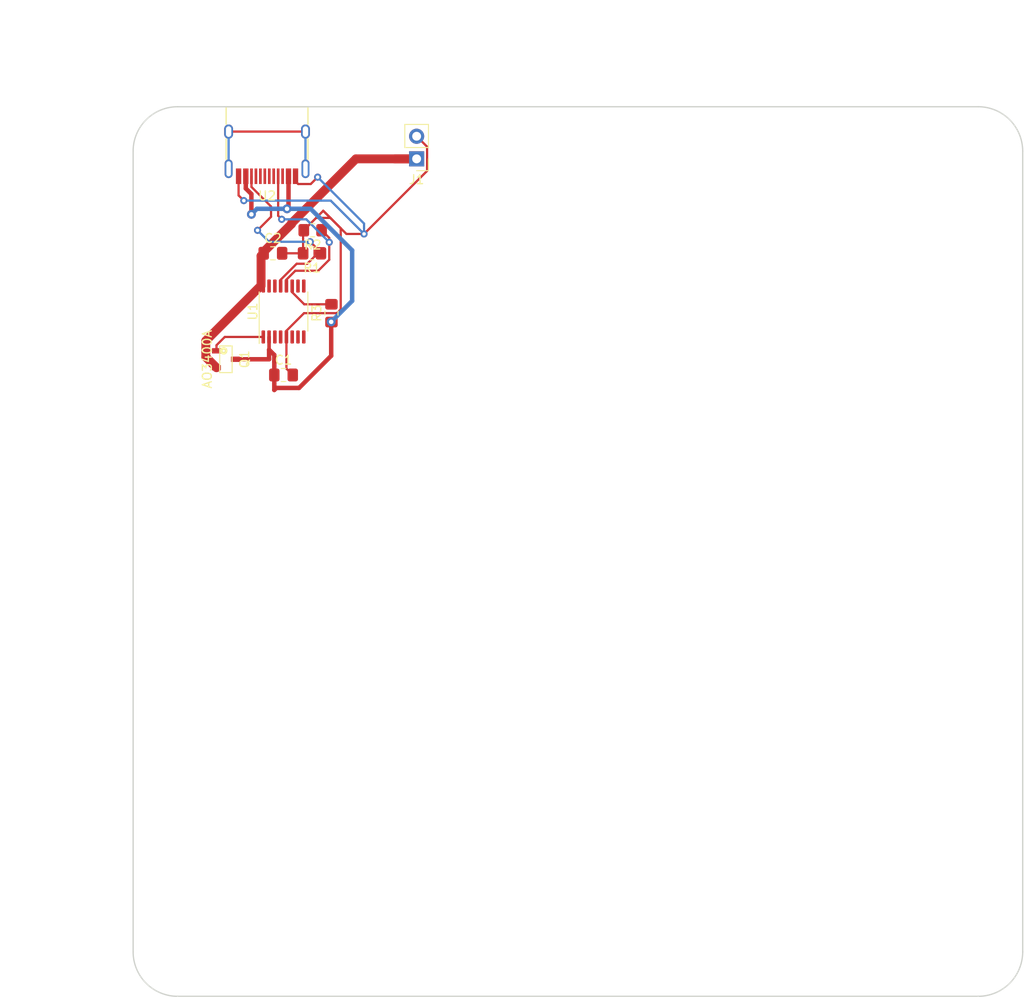
<source format=kicad_pcb>
(kicad_pcb (version 20171130) (host pcbnew 5.1.10-88a1d61d58~90~ubuntu20.04.1)

  (general
    (thickness 1.6)
    (drawings 10)
    (tracks 111)
    (zones 0)
    (modules 13)
    (nets 9)
  )

  (page A4)
  (layers
    (0 F.Cu signal)
    (31 B.Cu signal)
    (32 B.Adhes user)
    (33 F.Adhes user)
    (34 B.Paste user)
    (35 F.Paste user)
    (36 B.SilkS user)
    (37 F.SilkS user)
    (38 B.Mask user)
    (39 F.Mask user)
    (40 Dwgs.User user)
    (41 Cmts.User user)
    (42 Eco1.User user)
    (43 Eco2.User user)
    (44 Edge.Cuts user)
    (45 Margin user)
    (46 B.CrtYd user)
    (47 F.CrtYd user)
    (48 B.Fab user)
    (49 F.Fab user)
  )

  (setup
    (last_trace_width 0.25)
    (trace_clearance 0.2)
    (zone_clearance 0.508)
    (zone_45_only no)
    (trace_min 0.2)
    (via_size 0.8)
    (via_drill 0.4)
    (via_min_size 0.4)
    (via_min_drill 0.3)
    (uvia_size 0.3)
    (uvia_drill 0.1)
    (uvias_allowed no)
    (uvia_min_size 0.2)
    (uvia_min_drill 0.1)
    (edge_width 0.05)
    (segment_width 0.2)
    (pcb_text_width 0.3)
    (pcb_text_size 1.5 1.5)
    (mod_edge_width 0.12)
    (mod_text_size 1 1)
    (mod_text_width 0.15)
    (pad_size 1.524 1.524)
    (pad_drill 0.762)
    (pad_to_mask_clearance 0)
    (aux_axis_origin 0 0)
    (visible_elements FFFFFF7F)
    (pcbplotparams
      (layerselection 0x010fc_ffffffff)
      (usegerberextensions false)
      (usegerberattributes true)
      (usegerberadvancedattributes true)
      (creategerberjobfile true)
      (excludeedgelayer true)
      (linewidth 0.100000)
      (plotframeref false)
      (viasonmask true)
      (mode 1)
      (useauxorigin false)
      (hpglpennumber 1)
      (hpglpenspeed 20)
      (hpglpendiameter 15.000000)
      (psnegative false)
      (psa4output false)
      (plotreference true)
      (plotvalue true)
      (plotinvisibletext false)
      (padsonsilk false)
      (subtractmaskfromsilk false)
      (outputformat 1)
      (mirror false)
      (drillshape 0)
      (scaleselection 1)
      (outputdirectory "gerber/"))
  )

  (net 0 "")
  (net 1 GND)
  (net 2 VIN)
  (net 3 VOUT)
  (net 4 CC1)
  (net 5 SEL)
  (net 6 "Net-(U2-PadS1)")
  (net 7 "Net-(Q1-PadG)")
  (net 8 CC2)

  (net_class Default "This is the default net class."
    (clearance 0.2)
    (trace_width 0.25)
    (via_dia 0.8)
    (via_drill 0.4)
    (uvia_dia 0.3)
    (uvia_drill 0.1)
    (add_net CC1)
    (add_net CC2)
    (add_net GND)
    (add_net "Net-(Q1-PadG)")
    (add_net "Net-(U1-Pad10)")
    (add_net "Net-(U1-Pad14)")
    (add_net "Net-(U1-Pad15)")
    (add_net "Net-(U1-Pad3)")
    (add_net "Net-(U1-Pad4)")
    (add_net "Net-(U1-Pad6)")
    (add_net "Net-(U1-Pad7)")
    (add_net "Net-(U1-Pad8)")
    (add_net "Net-(U1-Pad9)")
    (add_net "Net-(U2-PadS1)")
    (add_net SEL)
  )

  (net_class USB_C_PWR ""
    (clearance 0.2)
    (trace_width 0.5)
    (via_dia 1)
    (via_drill 0.5)
    (uvia_dia 0.3)
    (uvia_drill 0.1)
    (add_net VIN)
  )

  (net_class VOUT ""
    (clearance 0.2)
    (trace_width 1)
    (via_dia 0.8)
    (via_drill 0.4)
    (uvia_dia 0.3)
    (uvia_drill 0.1)
    (add_net VOUT)
  )

  (module footprint:USBC_16PIN locked (layer F.Cu) (tedit 61472A30) (tstamp 614855DF)
    (at 125.05456 49.66462 180)
    (descr "USB TYPE C, RA RCPT PCB, SMT, https://github.com/arturo182/GT-USB-7010/raw/master/GT-USB-7010.pdf")
    (tags "USB C Type-C Receptacle SMD USBC_16PIN")
    (path /6147C43F/61487EE8)
    (fp_text reference U2 (at 0 -5.35) (layer F.SilkS)
      (effects (font (size 1 1) (thickness 0.15)))
    )
    (fp_text value USB_C_PD_CONNECTOR (at 0 6) (layer F.Fab)
      (effects (font (size 1 1) (thickness 0.15)))
    )
    (fp_line (start -5 5.15) (end 5 5.15) (layer F.CrtYd) (width 0.12))
    (fp_line (start -5 -4.6) (end -5 5.15) (layer F.CrtYd) (width 0.12))
    (fp_line (start 5 -4.6) (end 5 5.15) (layer F.CrtYd) (width 0.12))
    (fp_line (start -5 -4.6) (end 5 -4.6) (layer F.CrtYd) (width 0.12))
    (fp_line (start 4.6 1.05) (end 4.6 -1.25) (layer F.SilkS) (width 0.15))
    (fp_line (start 4.6 4.65) (end 4.6 2.7) (layer F.SilkS) (width 0.15))
    (fp_line (start -4.6 1.05) (end -4.6 -1.25) (layer F.SilkS) (width 0.15))
    (fp_line (start -4.6 4.65) (end -4.6 2.7) (layer F.SilkS) (width 0.15))
    (fp_line (start 4.6 4.65) (end -4.6 4.65) (layer F.SilkS) (width 0.15))
    (fp_line (start -4.47 -3.425) (end -4.47 4.525) (layer F.Fab) (width 0.12))
    (fp_line (start 4.47 4.525) (end -4.47 4.525) (layer F.Fab) (width 0.12))
    (fp_line (start 4.47 -3.425) (end 4.47 4.525) (layer F.Fab) (width 0.12))
    (fp_line (start -4.47 -3.425) (end 4.47 -3.425) (layer F.Fab) (width 0.12))
    (fp_text user REF* (at 0 0) (layer F.Fab)
      (effects (font (size 1 1) (thickness 0.1)))
    )
    (pad S1 thru_hole oval (at -4.32 1.87 180) (size 1 1.6) (drill oval 0.6 1.2) (layers *.Cu *.Mask)
      (net 6 "Net-(U2-PadS1)"))
    (pad S1 thru_hole oval (at 4.32 1.87 180) (size 1 1.6) (drill oval 0.6 1.2) (layers *.Cu *.Mask)
      (net 6 "Net-(U2-PadS1)"))
    (pad S1 thru_hole oval (at -4.32 -2.31 180) (size 0.9 2.1) (drill oval 0.5 1.7) (layers *.Cu *.Mask)
      (net 6 "Net-(U2-PadS1)"))
    (pad S1 thru_hole oval (at 4.32 -2.31 180) (size 0.9 2.1) (drill oval 0.5 1.7) (layers *.Cu *.Mask)
      (net 6 "Net-(U2-PadS1)"))
    (pad "" np_thru_hole circle (at -2.89 -1.81 180) (size 0.65 0.65) (drill 0.65) (layers *.Cu *.Mask))
    (pad "" np_thru_hole circle (at 2.89 -1.81 180) (size 0.65 0.65) (drill 0.65) (layers *.Cu *.Mask))
    (pad A7 smd rect (at 0.25 -3.15 180) (size 0.3 1.75) (layers F.Cu F.Paste F.Mask)
      (clearance 0.05))
    (pad B6 smd rect (at 0.75 -3.15 180) (size 0.3 1.75) (layers F.Cu F.Paste F.Mask)
      (clearance 0.05))
    (pad A8 smd rect (at 1.25 -3.15 180) (size 0.3 1.75) (layers F.Cu F.Paste F.Mask)
      (clearance 0.05))
    (pad B5 smd rect (at 1.75 -3.15 180) (size 0.3 1.75) (layers F.Cu F.Paste F.Mask)
      (net 4 CC1) (clearance 0.05))
    (pad B7 smd rect (at -0.75 -3.15 180) (size 0.3 1.75) (layers F.Cu F.Paste F.Mask)
      (clearance 0.05))
    (pad B8 smd rect (at -1.75 -3.15 180) (size 0.3 1.75) (layers F.Cu F.Paste F.Mask)
      (clearance 0.05))
    (pad A5 smd rect (at -1.25 -3.15 180) (size 0.3 1.75) (layers F.Cu F.Paste F.Mask)
      (net 8 CC2) (clearance 0.05))
    (pad A6 smd rect (at -0.25 -3.15 180) (size 0.3 1.75) (layers F.Cu F.Paste F.Mask)
      (clearance 0.05))
    (pad GND smd rect (at -3.2004 -3.15 180) (size 0.6 1.75) (layers F.Cu F.Paste F.Mask)
      (net 1 GND) (clearance 0.05))
    (pad VBUS smd rect (at -2.413 -3.15 180) (size 0.6 1.75) (layers F.Cu F.Paste F.Mask)
      (net 2 VIN) (clearance 0.05))
    (pad VBUS smd rect (at 2.3876 -3.15 180) (size 0.6 1.75) (layers F.Cu F.Paste F.Mask)
      (net 2 VIN) (clearance 0.05))
    (pad GND smd rect (at 3.2004 -3.15 180) (size 0.6 1.75) (layers F.Cu F.Paste F.Mask)
      (net 1 GND) (clearance 0.05))
    (model ${KICAD_LIBRARY}/kicad-packages3d/USBC_16PIN.step
      (at (xyz 0 0 0))
      (scale (xyz 1 1 1))
      (rotate (xyz 0 0 0))
    )
  )

  (module footprint:AO3400,SOT23 (layer F.Cu) (tedit 61472078) (tstamp 61495DCE)
    (at 120.43156 73.38822 270)
    (descr SOT23)
    (path /6147C43F/61487EF1)
    (fp_text reference Q1 (at 0 -2.1 90) (layer F.SilkS)
      (effects (font (size 1 1) (thickness 0.15)))
    )
    (fp_text value AO3400A (at 0 2.1 90) (layer F.SilkS)
      (effects (font (size 1 1) (thickness 0.15)))
    )
    (fp_circle (center -0.9525 0.254) (end -0.8255 0.254) (layer F.SilkS) (width 0.3))
    (fp_line (start -1.4986 0.6985) (end -1.4986 -0.6985) (layer F.SilkS) (width 0.127))
    (fp_line (start 1.4986 0.6985) (end -1.4986 0.6985) (layer F.SilkS) (width 0.127))
    (fp_line (start 1.4986 -0.6985) (end 1.4986 0.6985) (layer F.SilkS) (width 0.127))
    (fp_line (start -1.4986 -0.6985) (end 1.4986 -0.6985) (layer F.SilkS) (width 0.127))
    (pad G smd rect (at -0.95 1.06 270) (size 0.6 1) (layers F.Cu F.Paste F.Mask)
      (net 7 "Net-(Q1-PadG)"))
    (pad D smd rect (at 0 -1.06 270) (size 0.6 1) (layers F.Cu F.Paste F.Mask)
      (net 2 VIN))
    (pad S smd rect (at 0.95 1.06 270) (size 0.6 1) (layers F.Cu F.Paste F.Mask)
      (net 3 VOUT))
    (model ${KICAD_LIBRARY}/_ref/smisioto-footprints/modules/packages3d/walter/smd_trans/sot23.wrl
      (at (xyz 0 0 0))
      (scale (xyz 1 1 1))
      (rotate (xyz 0 0 0))
    )
  )

  (module Package_SO:TSSOP-16_4.4x5mm_P0.65mm (layer F.Cu) (tedit 5E476F32) (tstamp 61495E0E)
    (at 126.90756 68.01872 90)
    (descr "TSSOP, 16 Pin (JEDEC MO-153 Var AB https://www.jedec.org/document_search?search_api_views_fulltext=MO-153), generated with kicad-footprint-generator ipc_gullwing_generator.py")
    (tags "TSSOP SO")
    (path /6147C43F/61487F85)
    (clearance 0.1)
    (attr smd)
    (fp_text reference U1 (at 0 -3.45 90) (layer F.SilkS)
      (effects (font (size 1 1) (thickness 0.15)))
    )
    (fp_text value IP2721 (at 0 3.45 90) (layer F.Fab)
      (effects (font (size 1 1) (thickness 0.15)))
    )
    (fp_line (start 3.85 -2.75) (end -3.85 -2.75) (layer F.CrtYd) (width 0.05))
    (fp_line (start 3.85 2.75) (end 3.85 -2.75) (layer F.CrtYd) (width 0.05))
    (fp_line (start -3.85 2.75) (end 3.85 2.75) (layer F.CrtYd) (width 0.05))
    (fp_line (start -3.85 -2.75) (end -3.85 2.75) (layer F.CrtYd) (width 0.05))
    (fp_line (start -2.2 -1.5) (end -1.2 -2.5) (layer F.Fab) (width 0.1))
    (fp_line (start -2.2 2.5) (end -2.2 -1.5) (layer F.Fab) (width 0.1))
    (fp_line (start 2.2 2.5) (end -2.2 2.5) (layer F.Fab) (width 0.1))
    (fp_line (start 2.2 -2.5) (end 2.2 2.5) (layer F.Fab) (width 0.1))
    (fp_line (start -1.2 -2.5) (end 2.2 -2.5) (layer F.Fab) (width 0.1))
    (fp_line (start 0 -2.735) (end -3.6 -2.735) (layer F.SilkS) (width 0.12))
    (fp_line (start 0 -2.735) (end 2.2 -2.735) (layer F.SilkS) (width 0.12))
    (fp_line (start 0 2.735) (end -2.2 2.735) (layer F.SilkS) (width 0.12))
    (fp_line (start 0 2.735) (end 2.2 2.735) (layer F.SilkS) (width 0.12))
    (fp_text user %R (at 0 0 90) (layer F.Fab)
      (effects (font (size 1 1) (thickness 0.15)))
    )
    (pad 16 smd roundrect (at 2.8625 -2.275 90) (size 1.475 0.4) (layers F.Cu F.Paste F.Mask) (roundrect_rratio 0.25)
      (net 3 VOUT))
    (pad 15 smd roundrect (at 2.8625 -1.625 90) (size 1.475 0.4) (layers F.Cu F.Paste F.Mask) (roundrect_rratio 0.25))
    (pad 14 smd roundrect (at 2.8625 -0.975 90) (size 1.475 0.4) (layers F.Cu F.Paste F.Mask) (roundrect_rratio 0.25))
    (pad 13 smd roundrect (at 2.8625 -0.325 90) (size 1.475 0.4) (layers F.Cu F.Paste F.Mask) (roundrect_rratio 0.25)
      (net 4 CC1))
    (pad 12 smd roundrect (at 2.8625 0.325 90) (size 1.475 0.4) (layers F.Cu F.Paste F.Mask) (roundrect_rratio 0.25)
      (net 8 CC2))
    (pad 11 smd roundrect (at 2.8625 0.975 90) (size 1.475 0.4) (layers F.Cu F.Paste F.Mask) (roundrect_rratio 0.25)
      (net 5 SEL))
    (pad 10 smd roundrect (at 2.8625 1.625 90) (size 1.475 0.4) (layers F.Cu F.Paste F.Mask) (roundrect_rratio 0.25))
    (pad 9 smd roundrect (at 2.8625 2.275 90) (size 1.475 0.4) (layers F.Cu F.Paste F.Mask) (roundrect_rratio 0.25))
    (pad 8 smd roundrect (at -2.8625 2.275 90) (size 1.475 0.4) (layers F.Cu F.Paste F.Mask) (roundrect_rratio 0.25))
    (pad 7 smd roundrect (at -2.8625 1.625 90) (size 1.475 0.4) (layers F.Cu F.Paste F.Mask) (roundrect_rratio 0.25))
    (pad 6 smd roundrect (at -2.8625 0.975 90) (size 1.475 0.4) (layers F.Cu F.Paste F.Mask) (roundrect_rratio 0.25))
    (pad 5 smd roundrect (at -2.8625 0.325 90) (size 1.475 0.4) (layers F.Cu F.Paste F.Mask) (roundrect_rratio 0.25)
      (net 1 GND))
    (pad 4 smd roundrect (at -2.8625 -0.325 90) (size 1.475 0.4) (layers F.Cu F.Paste F.Mask) (roundrect_rratio 0.25))
    (pad 3 smd roundrect (at -2.8625 -0.975 90) (size 1.475 0.4) (layers F.Cu F.Paste F.Mask) (roundrect_rratio 0.25))
    (pad 2 smd roundrect (at -2.8625 -1.625 90) (size 1.475 0.4) (layers F.Cu F.Paste F.Mask) (roundrect_rratio 0.25)
      (net 2 VIN))
    (pad 1 smd roundrect (at -2.8625 -2.275 90) (size 1.475 0.4) (layers F.Cu F.Paste F.Mask) (roundrect_rratio 0.25)
      (net 7 "Net-(Q1-PadG)"))
    (model ${KISYS3DMOD}/Package_SO.3dshapes/TSSOP-16_4.4x5mm_P0.65mm.wrl
      (at (xyz 0 0 0))
      (scale (xyz 1 1 1))
      (rotate (xyz 0 0 0))
    )
  )

  (module Resistor_SMD:R_0805_2012Metric_Pad1.20x1.40mm_HandSolder (layer F.Cu) (tedit 5F68FEEE) (tstamp 61495EA8)
    (at 132.29356 68.20662 90)
    (descr "Resistor SMD 0805 (2012 Metric), square (rectangular) end terminal, IPC_7351 nominal with elongated pad for handsoldering. (Body size source: IPC-SM-782 page 72, https://www.pcb-3d.com/wordpress/wp-content/uploads/ipc-sm-782a_amendment_1_and_2.pdf), generated with kicad-footprint-generator")
    (tags "resistor handsolder")
    (path /6147C43F/61487F1E)
    (attr smd)
    (fp_text reference R3 (at 0 -1.65 90) (layer F.SilkS)
      (effects (font (size 1 1) (thickness 0.15)))
    )
    (fp_text value R104,0805 (at 0 1.65 90) (layer F.Fab)
      (effects (font (size 1 1) (thickness 0.15)))
    )
    (fp_line (start 1.85 0.95) (end -1.85 0.95) (layer F.CrtYd) (width 0.05))
    (fp_line (start 1.85 -0.95) (end 1.85 0.95) (layer F.CrtYd) (width 0.05))
    (fp_line (start -1.85 -0.95) (end 1.85 -0.95) (layer F.CrtYd) (width 0.05))
    (fp_line (start -1.85 0.95) (end -1.85 -0.95) (layer F.CrtYd) (width 0.05))
    (fp_line (start -0.227064 0.735) (end 0.227064 0.735) (layer F.SilkS) (width 0.12))
    (fp_line (start -0.227064 -0.735) (end 0.227064 -0.735) (layer F.SilkS) (width 0.12))
    (fp_line (start 1 0.625) (end -1 0.625) (layer F.Fab) (width 0.1))
    (fp_line (start 1 -0.625) (end 1 0.625) (layer F.Fab) (width 0.1))
    (fp_line (start -1 -0.625) (end 1 -0.625) (layer F.Fab) (width 0.1))
    (fp_line (start -1 0.625) (end -1 -0.625) (layer F.Fab) (width 0.1))
    (fp_text user %R (at 0 0 90) (layer F.Fab)
      (effects (font (size 0.5 0.5) (thickness 0.08)))
    )
    (pad 2 smd roundrect (at 1 0 90) (size 1.2 1.4) (layers F.Cu F.Paste F.Mask) (roundrect_rratio 0.2083325)
      (net 5 SEL))
    (pad 1 smd roundrect (at -1 0 90) (size 1.2 1.4) (layers F.Cu F.Paste F.Mask) (roundrect_rratio 0.2083325)
      (net 2 VIN))
    (model ${KISYS3DMOD}/Resistor_SMD.3dshapes/R_0805_2012Metric.wrl
      (at (xyz 0 0 0))
      (scale (xyz 1 1 1))
      (rotate (xyz 0 0 0))
    )
  )

  (module Resistor_SMD:R_0805_2012Metric_Pad1.20x1.40mm_HandSolder (layer F.Cu) (tedit 5F68FEEE) (tstamp 61495D91)
    (at 130.18556 58.88482 180)
    (descr "Resistor SMD 0805 (2012 Metric), square (rectangular) end terminal, IPC_7351 nominal with elongated pad for handsoldering. (Body size source: IPC-SM-782 page 72, https://www.pcb-3d.com/wordpress/wp-content/uploads/ipc-sm-782a_amendment_1_and_2.pdf), generated with kicad-footprint-generator")
    (tags "resistor handsolder")
    (path /6147C43F/61487F70)
    (attr smd)
    (fp_text reference R2 (at 0 -1.65) (layer F.SilkS)
      (effects (font (size 1 1) (thickness 0.15)))
    )
    (fp_text value R512,0805 (at 0 1.65) (layer F.Fab)
      (effects (font (size 1 1) (thickness 0.15)))
    )
    (fp_line (start 1.85 0.95) (end -1.85 0.95) (layer F.CrtYd) (width 0.05))
    (fp_line (start 1.85 -0.95) (end 1.85 0.95) (layer F.CrtYd) (width 0.05))
    (fp_line (start -1.85 -0.95) (end 1.85 -0.95) (layer F.CrtYd) (width 0.05))
    (fp_line (start -1.85 0.95) (end -1.85 -0.95) (layer F.CrtYd) (width 0.05))
    (fp_line (start -0.227064 0.735) (end 0.227064 0.735) (layer F.SilkS) (width 0.12))
    (fp_line (start -0.227064 -0.735) (end 0.227064 -0.735) (layer F.SilkS) (width 0.12))
    (fp_line (start 1 0.625) (end -1 0.625) (layer F.Fab) (width 0.1))
    (fp_line (start 1 -0.625) (end 1 0.625) (layer F.Fab) (width 0.1))
    (fp_line (start -1 -0.625) (end 1 -0.625) (layer F.Fab) (width 0.1))
    (fp_line (start -1 0.625) (end -1 -0.625) (layer F.Fab) (width 0.1))
    (fp_text user %R (at 0 0) (layer F.Fab)
      (effects (font (size 0.5 0.5) (thickness 0.08)))
    )
    (pad 2 smd roundrect (at 1 0 180) (size 1.2 1.4) (layers F.Cu F.Paste F.Mask) (roundrect_rratio 0.2083325)
      (net 1 GND))
    (pad 1 smd roundrect (at -1 0 180) (size 1.2 1.4) (layers F.Cu F.Paste F.Mask) (roundrect_rratio 0.2083325)
      (net 8 CC2))
    (model ${KISYS3DMOD}/Resistor_SMD.3dshapes/R_0805_2012Metric.wrl
      (at (xyz 0 0 0))
      (scale (xyz 1 1 1))
      (rotate (xyz 0 0 0))
    )
  )

  (module Resistor_SMD:R_0805_2012Metric_Pad1.20x1.40mm_HandSolder (layer F.Cu) (tedit 5F68FEEE) (tstamp 61495FC8)
    (at 130.10856 61.47562 180)
    (descr "Resistor SMD 0805 (2012 Metric), square (rectangular) end terminal, IPC_7351 nominal with elongated pad for handsoldering. (Body size source: IPC-SM-782 page 72, https://www.pcb-3d.com/wordpress/wp-content/uploads/ipc-sm-782a_amendment_1_and_2.pdf), generated with kicad-footprint-generator")
    (tags "resistor handsolder")
    (path /6147C43F/61487F77)
    (attr smd)
    (fp_text reference R1 (at 0 -1.65) (layer F.SilkS)
      (effects (font (size 1 1) (thickness 0.15)))
    )
    (fp_text value R512,0805 (at 0 1.65) (layer F.Fab)
      (effects (font (size 1 1) (thickness 0.15)))
    )
    (fp_line (start 1.85 0.95) (end -1.85 0.95) (layer F.CrtYd) (width 0.05))
    (fp_line (start 1.85 -0.95) (end 1.85 0.95) (layer F.CrtYd) (width 0.05))
    (fp_line (start -1.85 -0.95) (end 1.85 -0.95) (layer F.CrtYd) (width 0.05))
    (fp_line (start -1.85 0.95) (end -1.85 -0.95) (layer F.CrtYd) (width 0.05))
    (fp_line (start -0.227064 0.735) (end 0.227064 0.735) (layer F.SilkS) (width 0.12))
    (fp_line (start -0.227064 -0.735) (end 0.227064 -0.735) (layer F.SilkS) (width 0.12))
    (fp_line (start 1 0.625) (end -1 0.625) (layer F.Fab) (width 0.1))
    (fp_line (start 1 -0.625) (end 1 0.625) (layer F.Fab) (width 0.1))
    (fp_line (start -1 -0.625) (end 1 -0.625) (layer F.Fab) (width 0.1))
    (fp_line (start -1 0.625) (end -1 -0.625) (layer F.Fab) (width 0.1))
    (fp_text user %R (at 0 0) (layer F.Fab)
      (effects (font (size 0.5 0.5) (thickness 0.08)))
    )
    (pad 2 smd roundrect (at 1 0 180) (size 1.2 1.4) (layers F.Cu F.Paste F.Mask) (roundrect_rratio 0.2083325)
      (net 1 GND))
    (pad 1 smd roundrect (at -1 0 180) (size 1.2 1.4) (layers F.Cu F.Paste F.Mask) (roundrect_rratio 0.2083325)
      (net 4 CC1))
    (model ${KISYS3DMOD}/Resistor_SMD.3dshapes/R_0805_2012Metric.wrl
      (at (xyz 0 0 0))
      (scale (xyz 1 1 1))
      (rotate (xyz 0 0 0))
    )
  )

  (module Connector_PinHeader_2.54mm:PinHeader_1x02_P2.54mm_Vertical (layer F.Cu) (tedit 59FED5CC) (tstamp 61485297)
    (at 141.86956 50.85842 180)
    (descr "Through hole straight pin header, 1x02, 2.54mm pitch, single row")
    (tags "Through hole pin header THT 1x02 2.54mm single row")
    (path /6147C43F/61487EFD)
    (fp_text reference J1 (at 0 -2.33) (layer F.SilkS)
      (effects (font (size 1 1) (thickness 0.15)))
    )
    (fp_text value Conn_01x02_Female (at 0 4.87) (layer F.Fab)
      (effects (font (size 1 1) (thickness 0.15)))
    )
    (fp_line (start 1.8 -1.8) (end -1.8 -1.8) (layer F.CrtYd) (width 0.05))
    (fp_line (start 1.8 4.35) (end 1.8 -1.8) (layer F.CrtYd) (width 0.05))
    (fp_line (start -1.8 4.35) (end 1.8 4.35) (layer F.CrtYd) (width 0.05))
    (fp_line (start -1.8 -1.8) (end -1.8 4.35) (layer F.CrtYd) (width 0.05))
    (fp_line (start -1.33 -1.33) (end 0 -1.33) (layer F.SilkS) (width 0.12))
    (fp_line (start -1.33 0) (end -1.33 -1.33) (layer F.SilkS) (width 0.12))
    (fp_line (start -1.33 1.27) (end 1.33 1.27) (layer F.SilkS) (width 0.12))
    (fp_line (start 1.33 1.27) (end 1.33 3.87) (layer F.SilkS) (width 0.12))
    (fp_line (start -1.33 1.27) (end -1.33 3.87) (layer F.SilkS) (width 0.12))
    (fp_line (start -1.33 3.87) (end 1.33 3.87) (layer F.SilkS) (width 0.12))
    (fp_line (start -1.27 -0.635) (end -0.635 -1.27) (layer F.Fab) (width 0.1))
    (fp_line (start -1.27 3.81) (end -1.27 -0.635) (layer F.Fab) (width 0.1))
    (fp_line (start 1.27 3.81) (end -1.27 3.81) (layer F.Fab) (width 0.1))
    (fp_line (start 1.27 -1.27) (end 1.27 3.81) (layer F.Fab) (width 0.1))
    (fp_line (start -0.635 -1.27) (end 1.27 -1.27) (layer F.Fab) (width 0.1))
    (fp_text user %R (at 0 1.27 90) (layer F.Fab)
      (effects (font (size 1 1) (thickness 0.15)))
    )
    (pad 2 thru_hole oval (at 0 2.54 180) (size 1.7 1.7) (drill 1) (layers *.Cu *.Mask)
      (net 1 GND))
    (pad 1 thru_hole rect (at 0 0 180) (size 1.7 1.7) (drill 1) (layers *.Cu *.Mask)
      (net 3 VOUT))
    (model ${KISYS3DMOD}/Connector_PinHeader_2.54mm.3dshapes/PinHeader_1x02_P2.54mm_Vertical.wrl
      (at (xyz 0 0 0))
      (scale (xyz 1 1 1))
      (rotate (xyz 0 0 0))
    )
  )

  (module Capacitor_SMD:C_0805_2012Metric_Pad1.18x1.45mm_HandSolder (layer F.Cu) (tedit 5F68FEEF) (tstamp 61495EFC)
    (at 125.71456 61.47562)
    (descr "Capacitor SMD 0805 (2012 Metric), square (rectangular) end terminal, IPC_7351 nominal with elongated pad for handsoldering. (Body size source: IPC-SM-782 page 76, https://www.pcb-3d.com/wordpress/wp-content/uploads/ipc-sm-782a_amendment_1_and_2.pdf, https://docs.google.com/spreadsheets/d/1BsfQQcO9C6DZCsRaXUlFlo91Tg2WpOkGARC1WS5S8t0/edit?usp=sharing), generated with kicad-footprint-generator")
    (tags "capacitor handsolder")
    (path /6147C43F/61487F7E)
    (attr smd)
    (fp_text reference C2 (at 0 -1.68) (layer F.SilkS)
      (effects (font (size 1 1) (thickness 0.15)))
    )
    (fp_text value C106,0805,50V (at 0 1.68) (layer F.Fab)
      (effects (font (size 1 1) (thickness 0.15)))
    )
    (fp_line (start 1.88 0.98) (end -1.88 0.98) (layer F.CrtYd) (width 0.05))
    (fp_line (start 1.88 -0.98) (end 1.88 0.98) (layer F.CrtYd) (width 0.05))
    (fp_line (start -1.88 -0.98) (end 1.88 -0.98) (layer F.CrtYd) (width 0.05))
    (fp_line (start -1.88 0.98) (end -1.88 -0.98) (layer F.CrtYd) (width 0.05))
    (fp_line (start -0.261252 0.735) (end 0.261252 0.735) (layer F.SilkS) (width 0.12))
    (fp_line (start -0.261252 -0.735) (end 0.261252 -0.735) (layer F.SilkS) (width 0.12))
    (fp_line (start 1 0.625) (end -1 0.625) (layer F.Fab) (width 0.1))
    (fp_line (start 1 -0.625) (end 1 0.625) (layer F.Fab) (width 0.1))
    (fp_line (start -1 -0.625) (end 1 -0.625) (layer F.Fab) (width 0.1))
    (fp_line (start -1 0.625) (end -1 -0.625) (layer F.Fab) (width 0.1))
    (fp_text user %R (at 0 0) (layer F.Fab)
      (effects (font (size 0.5 0.5) (thickness 0.08)))
    )
    (pad 2 smd roundrect (at 1.0375 0) (size 1.175 1.45) (layers F.Cu F.Paste F.Mask) (roundrect_rratio 0.2127659574468085)
      (net 1 GND))
    (pad 1 smd roundrect (at -1.0375 0) (size 1.175 1.45) (layers F.Cu F.Paste F.Mask) (roundrect_rratio 0.2127659574468085)
      (net 3 VOUT))
    (model ${KISYS3DMOD}/Capacitor_SMD.3dshapes/C_0805_2012Metric.wrl
      (at (xyz 0 0 0))
      (scale (xyz 1 1 1))
      (rotate (xyz 0 0 0))
    )
  )

  (module Capacitor_SMD:C_0805_2012Metric_Pad1.18x1.45mm_HandSolder (layer F.Cu) (tedit 5F68FEEF) (tstamp 61495F65)
    (at 126.90756 75.15622)
    (descr "Capacitor SMD 0805 (2012 Metric), square (rectangular) end terminal, IPC_7351 nominal with elongated pad for handsoldering. (Body size source: IPC-SM-782 page 76, https://www.pcb-3d.com/wordpress/wp-content/uploads/ipc-sm-782a_amendment_1_and_2.pdf, https://docs.google.com/spreadsheets/d/1BsfQQcO9C6DZCsRaXUlFlo91Tg2WpOkGARC1WS5S8t0/edit?usp=sharing), generated with kicad-footprint-generator")
    (tags "capacitor handsolder")
    (path /6147C43F/61487F25)
    (attr smd)
    (fp_text reference C1 (at 0 -1.68) (layer F.SilkS)
      (effects (font (size 1 1) (thickness 0.15)))
    )
    (fp_text value C105,0805,50V (at 0 1.68) (layer F.Fab)
      (effects (font (size 1 1) (thickness 0.15)))
    )
    (fp_line (start 1.88 0.98) (end -1.88 0.98) (layer F.CrtYd) (width 0.05))
    (fp_line (start 1.88 -0.98) (end 1.88 0.98) (layer F.CrtYd) (width 0.05))
    (fp_line (start -1.88 -0.98) (end 1.88 -0.98) (layer F.CrtYd) (width 0.05))
    (fp_line (start -1.88 0.98) (end -1.88 -0.98) (layer F.CrtYd) (width 0.05))
    (fp_line (start -0.261252 0.735) (end 0.261252 0.735) (layer F.SilkS) (width 0.12))
    (fp_line (start -0.261252 -0.735) (end 0.261252 -0.735) (layer F.SilkS) (width 0.12))
    (fp_line (start 1 0.625) (end -1 0.625) (layer F.Fab) (width 0.1))
    (fp_line (start 1 -0.625) (end 1 0.625) (layer F.Fab) (width 0.1))
    (fp_line (start -1 -0.625) (end 1 -0.625) (layer F.Fab) (width 0.1))
    (fp_line (start -1 0.625) (end -1 -0.625) (layer F.Fab) (width 0.1))
    (fp_text user %R (at 0 0) (layer F.Fab)
      (effects (font (size 0.5 0.5) (thickness 0.08)))
    )
    (pad 2 smd roundrect (at 1.0375 0) (size 1.175 1.45) (layers F.Cu F.Paste F.Mask) (roundrect_rratio 0.2127659574468085)
      (net 1 GND))
    (pad 1 smd roundrect (at -1.0375 0) (size 1.175 1.45) (layers F.Cu F.Paste F.Mask) (roundrect_rratio 0.2127659574468085)
      (net 2 VIN))
    (model ${KISYS3DMOD}/Capacitor_SMD.3dshapes/C_0805_2012Metric.wrl
      (at (xyz 0 0 0))
      (scale (xyz 1 1 1))
      (rotate (xyz 0 0 0))
    )
  )

  (module footprint:MountingHole_3.2mm_M3,rpi_like (layer F.Cu) (tedit 5E3FD253) (tstamp 61470E0E)
    (at 205 50)
    (descr "Mounting Hole 2.7mm, no annular, M2.5")
    (tags "mounting hole 2.7mm no annular m2.5")
    (path /614A91EE)
    (attr virtual)
    (fp_text reference H2 (at 0 -3.81) (layer F.SilkS) hide
      (effects (font (size 1 1) (thickness 0.15)))
    )
    (fp_text value MountingHole (at 0 3.7) (layer F.Fab)
      (effects (font (size 1 1) (thickness 0.15)))
    )
    (fp_circle (center 0 0) (end 1.905 0) (layer B.Mask) (width 1.2))
    (fp_circle (center 0 0) (end 1.905 0) (layer F.Mask) (width 1.2))
    (fp_circle (center 0 0) (end 2.95 0) (layer F.CrtYd) (width 0.05))
    (fp_circle (center 0 0) (end 2.7 0) (layer Cmts.User) (width 0.15))
    (fp_text user %R (at 0 -3.81) (layer F.Fab)
      (effects (font (size 1 1) (thickness 0.15)))
    )
    (pad "" np_thru_hole circle (at 0 0) (size 3.2 3.2) (drill 3.2) (layers *.Cu *.Mask)
      (solder_mask_margin 1.5) (clearance 1.5))
  )

  (module footprint:MountingHole_3.2mm_M3,rpi_like locked (layer F.Cu) (tedit 5E3FD253) (tstamp 61470E01)
    (at 115 50)
    (descr "Mounting Hole 2.7mm, no annular, M2.5")
    (tags "mounting hole 2.7mm no annular m2.5")
    (path /614A90BC)
    (attr virtual)
    (fp_text reference H1 (at 0 -3.81) (layer F.SilkS) hide
      (effects (font (size 1 1) (thickness 0.15)))
    )
    (fp_text value MountingHole (at 0 3.7) (layer F.Fab)
      (effects (font (size 1 1) (thickness 0.15)))
    )
    (fp_circle (center 0 0) (end 1.905 0) (layer B.Mask) (width 1.2))
    (fp_circle (center 0 0) (end 1.905 0) (layer F.Mask) (width 1.2))
    (fp_circle (center 0 0) (end 2.95 0) (layer F.CrtYd) (width 0.05))
    (fp_circle (center 0 0) (end 2.7 0) (layer Cmts.User) (width 0.15))
    (fp_text user %R (at 0 -3.81) (layer F.Fab)
      (effects (font (size 1 1) (thickness 0.15)))
    )
    (pad "" np_thru_hole circle (at 0 0) (size 3.2 3.2) (drill 3.2) (layers *.Cu *.Mask)
      (solder_mask_margin 1.5) (clearance 1.5))
  )

  (module footprint:MountingHole_3.2mm_M3,rpi_like locked (layer F.Cu) (tedit 5E3FD253) (tstamp 61470DF7)
    (at 115 140)
    (descr "Mounting Hole 2.7mm, no annular, M2.5")
    (tags "mounting hole 2.7mm no annular m2.5")
    (path /614A93BB)
    (attr virtual)
    (fp_text reference H4 (at 0 -3.81) (layer F.SilkS) hide
      (effects (font (size 1 1) (thickness 0.15)))
    )
    (fp_text value MountingHole (at 0 3.7) (layer F.Fab)
      (effects (font (size 1 1) (thickness 0.15)))
    )
    (fp_circle (center 0 0) (end 1.905 0) (layer B.Mask) (width 1.2))
    (fp_circle (center 0 0) (end 1.905 0) (layer F.Mask) (width 1.2))
    (fp_circle (center 0 0) (end 2.95 0) (layer F.CrtYd) (width 0.05))
    (fp_circle (center 0 0) (end 2.7 0) (layer Cmts.User) (width 0.15))
    (fp_text user %R (at 0 -3.81) (layer F.Fab)
      (effects (font (size 1 1) (thickness 0.15)))
    )
    (pad "" np_thru_hole circle (at 0 0) (size 3.2 3.2) (drill 3.2) (layers *.Cu *.Mask)
      (solder_mask_margin 1.5) (clearance 1.5))
  )

  (module footprint:MountingHole_3.2mm_M3,rpi_like (layer F.Cu) (tedit 5E3FD253) (tstamp 61470DED)
    (at 205 140)
    (descr "Mounting Hole 2.7mm, no annular, M2.5")
    (tags "mounting hole 2.7mm no annular m2.5")
    (path /614A93B1)
    (attr virtual)
    (fp_text reference H3 (at 0 -3.81) (layer F.SilkS) hide
      (effects (font (size 1 1) (thickness 0.15)))
    )
    (fp_text value MountingHole (at 0 3.7) (layer F.Fab)
      (effects (font (size 1 1) (thickness 0.15)))
    )
    (fp_circle (center 0 0) (end 1.905 0) (layer B.Mask) (width 1.2))
    (fp_circle (center 0 0) (end 1.905 0) (layer F.Mask) (width 1.2))
    (fp_circle (center 0 0) (end 2.95 0) (layer F.CrtYd) (width 0.05))
    (fp_circle (center 0 0) (end 2.7 0) (layer Cmts.User) (width 0.15))
    (fp_text user %R (at 0 -3.81) (layer F.Fab)
      (effects (font (size 1 1) (thickness 0.15)))
    )
    (pad "" np_thru_hole circle (at 0 0) (size 3.2 3.2) (drill 3.2) (layers *.Cu *.Mask)
      (solder_mask_margin 1.5) (clearance 1.5))
  )

  (gr_line (start 115 45) (end 205 45) (layer Edge.Cuts) (width 0.15) (tstamp 61470E1A))
  (gr_arc (start 205 50) (end 210 50) (angle -90) (layer Edge.Cuts) (width 0.15) (tstamp 61470E19))
  (gr_line (start 210 49.999999) (end 210 140) (layer Edge.Cuts) (width 0.15) (tstamp 61470E18))
  (gr_arc (start 115 50) (end 115 45) (angle -90) (layer Edge.Cuts) (width 0.15) (tstamp 61470E17))
  (dimension 100 (width 0.15) (layer Dwgs.User) (tstamp 61470E0C)
    (gr_text "100.000 mm" (at 98.7 95 90) (layer Dwgs.User) (tstamp 61470E0C)
      (effects (font (size 1 1) (thickness 0.15)))
    )
    (feature1 (pts (xy 105 45) (xy 99.413579 45)))
    (feature2 (pts (xy 105 145) (xy 99.413579 145)))
    (crossbar (pts (xy 100 145) (xy 100 45)))
    (arrow1a (pts (xy 100 45) (xy 100.586421 46.126504)))
    (arrow1b (pts (xy 100 45) (xy 99.413579 46.126504)))
    (arrow2a (pts (xy 100 145) (xy 100.586421 143.873496)))
    (arrow2b (pts (xy 100 145) (xy 99.413579 143.873496)))
  )
  (dimension 100 (width 0.15) (layer Dwgs.User) (tstamp 61470E0A)
    (gr_text "100.000 mm" (at 160 33.7) (layer Dwgs.User) (tstamp 61470E0A)
      (effects (font (size 1 1) (thickness 0.15)))
    )
    (feature1 (pts (xy 210 40) (xy 210 34.413579)))
    (feature2 (pts (xy 110 40) (xy 110 34.413579)))
    (crossbar (pts (xy 110 35) (xy 210 35)))
    (arrow1a (pts (xy 210 35) (xy 208.873496 35.586421)))
    (arrow1b (pts (xy 210 35) (xy 208.873496 34.413579)))
    (arrow2a (pts (xy 110 35) (xy 111.126504 35.586421)))
    (arrow2b (pts (xy 110 35) (xy 111.126504 34.413579)))
  )
  (gr_line (start 110 140) (end 110 50) (layer Edge.Cuts) (width 0.15) (tstamp 61470E00))
  (gr_arc (start 115 140) (end 110 140) (angle -90) (layer Edge.Cuts) (width 0.15) (tstamp 61470DF6))
  (gr_arc (start 205 140) (end 205 145) (angle -90) (layer Edge.Cuts) (width 0.15) (tstamp 61470DEC))
  (gr_line (start 205 145) (end 115 145) (layer Edge.Cuts) (width 0.15) (tstamp 61470DEB))

  (segment (start 122.00456 52.81462) (end 121.70456 52.81462) (width 0.25) (layer F.Cu) (net 1) (tstamp 61495F50) (status 30))
  (segment (start 127.23256 70.88122) (end 127.23256 70.18342) (width 0.25) (layer F.Cu) (net 1) (tstamp 61495DE5) (status 30))
  (segment (start 127.23256 70.18342) (end 129.20936 68.20662) (width 0.25) (layer F.Cu) (net 1) (tstamp 61495F35) (status 10))
  (segment (start 129.20936 68.20662) (end 132.90876 68.20662) (width 0.25) (layer F.Cu) (net 1) (tstamp 61495ED5))
  (segment (start 132.90876 68.20662) (end 133.33786 67.77752) (width 0.25) (layer F.Cu) (net 1) (tstamp 61495EDE))
  (segment (start 133.33786 67.77752) (end 133.33786 58.66252) (width 0.25) (layer F.Cu) (net 1) (tstamp 61495F53))
  (segment (start 133.33786 58.66252) (end 131.37286 56.69752) (width 0.25) (layer F.Cu) (net 1) (tstamp 61495DB5))
  (segment (start 127.94506 75.15622) (end 127.23256 74.44372) (width 0.25) (layer F.Cu) (net 1) (tstamp 61495F8F) (status 10))
  (segment (start 127.23256 74.44372) (end 127.23256 70.88122) (width 0.25) (layer F.Cu) (net 1) (tstamp 61495DB8) (status 20))
  (segment (start 129.10856 61.47562) (end 129.10856 58.96182) (width 0.25) (layer F.Cu) (net 1) (tstamp 61495F89) (status 30))
  (segment (start 129.10856 58.96182) (end 129.18556 58.88482) (width 0.25) (layer F.Cu) (net 1) (tstamp 61495D79) (status 30))
  (segment (start 126.75206 61.47562) (end 129.10856 61.47562) (width 0.25) (layer F.Cu) (net 1) (tstamp 61495E57) (status 30))
  (segment (start 128.25496 53.38962) (end 128.55332 53.68798) (width 0.25) (layer F.Cu) (net 1) (tstamp 61495F1D) (status 30))
  (segment (start 128.25496 52.81462) (end 128.25496 53.38962) (width 0.25) (layer F.Cu) (net 1) (tstamp 6149600D) (status 30))
  (via (at 130.74142 52.91582) (size 0.8) (drill 0.4) (layers F.Cu B.Cu) (net 1) (tstamp 61495D70))
  (segment (start 129.96926 53.68798) (end 130.74142 52.91582) (width 0.25) (layer F.Cu) (net 1) (tstamp 61495FF2))
  (segment (start 128.55332 53.68798) (end 129.96926 53.68798) (width 0.25) (layer F.Cu) (net 1) (tstamp 61495E66) (status 10))
  (segment (start 130.74142 52.91582) (end 135.95858 58.13298) (width 0.25) (layer B.Cu) (net 1) (tstamp 61495F38))
  (segment (start 135.95858 58.13298) (end 135.95858 59.30138) (width 0.25) (layer B.Cu) (net 1) (tstamp 61495F23))
  (segment (start 141.86956 48.31842) (end 143.04486 49.49372) (width 0.25) (layer F.Cu) (net 1) (tstamp 61495D73) (status 10))
  (segment (start 143.04486 49.49372) (end 143.04486 52.2151) (width 0.25) (layer F.Cu) (net 1) (tstamp 61495E5D))
  (segment (start 133.97672 59.30138) (end 135.95858 59.30138) (width 0.25) (layer F.Cu) (net 1) (tstamp 61495FEC))
  (segment (start 143.04486 52.2151) (end 135.95858 59.30138) (width 0.25) (layer F.Cu) (net 1) (tstamp 61495DBB))
  (via (at 135.95858 59.30138) (size 0.8) (drill 0.4) (layers F.Cu B.Cu) (net 1) (tstamp 61495F32))
  (segment (start 132.17263 57.49729) (end 132.26763 57.59229) (width 0.25) (layer F.Cu) (net 1) (tstamp 61495E5A))
  (segment (start 130.57309 57.49729) (end 132.17263 57.49729) (width 0.25) (layer F.Cu) (net 1) (tstamp 61495F26))
  (segment (start 132.26763 57.59229) (end 133.97672 59.30138) (width 0.25) (layer F.Cu) (net 1) (tstamp 61495D64))
  (segment (start 131.37286 56.69752) (end 132.26763 57.59229) (width 0.25) (layer F.Cu) (net 1) (tstamp 61495FB3))
  (segment (start 129.18556 58.88482) (end 130.57309 57.49729) (width 0.25) (layer F.Cu) (net 1) (tstamp 61495FEF) (status 10))
  (segment (start 130.57309 57.49729) (end 131.37286 56.69752) (width 0.25) (layer F.Cu) (net 1) (tstamp 61495E63))
  (via (at 122.44413 55.55488) (size 0.8) (drill 0.4) (layers F.Cu B.Cu) (net 1) (tstamp 61495F44))
  (segment (start 121.85416 52.81462) (end 121.85416 54.96491) (width 0.25) (layer F.Cu) (net 1) (tstamp 61495D6A) (status 10))
  (segment (start 121.85416 54.96491) (end 122.44413 55.55488) (width 0.25) (layer F.Cu) (net 1) (tstamp 61495E7E))
  (segment (start 135.95858 59.30138) (end 132.21208 55.55488) (width 0.25) (layer B.Cu) (net 1) (tstamp 61495FA1))
  (segment (start 132.21208 55.55488) (end 122.44413 55.55488) (width 0.25) (layer B.Cu) (net 1) (tstamp 61495FFE))
  (segment (start 125.28256 72.31962) (end 125.28256 70.88122) (width 0.4006) (layer F.Cu) (net 2) (tstamp 61495FE9) (status 20))
  (via (at 127.29972 56.47436) (size 1) (drill 0.5) (layers F.Cu B.Cu) (net 2) (tstamp 61495E87))
  (segment (start 127.46756 56.30652) (end 127.29972 56.47436) (width 0.5) (layer F.Cu) (net 2) (tstamp 61495D58))
  (segment (start 127.46756 52.81462) (end 127.46756 56.30652) (width 0.5) (layer F.Cu) (net 2) (tstamp 61495E93) (status 10))
  (via (at 132.26542 69.18198) (size 1) (drill 0.5) (layers F.Cu B.Cu) (net 2) (tstamp 61495D55) (status 30))
  (segment (start 127.29972 56.47436) (end 129.95148 56.47436) (width 0.5) (layer B.Cu) (net 2) (tstamp 61495D61))
  (segment (start 129.95148 56.47436) (end 134.62 61.14288) (width 0.5) (layer B.Cu) (net 2) (tstamp 61495F3E))
  (segment (start 134.62 61.14288) (end 134.62 66.8274) (width 0.5) (layer B.Cu) (net 2) (tstamp 61495E96))
  (segment (start 134.62 66.8274) (end 132.26542 69.18198) (width 0.5) (layer B.Cu) (net 2) (tstamp 61495FB0))
  (via (at 123.29414 57.09666) (size 1) (drill 0.5) (layers F.Cu B.Cu) (net 2) (tstamp 61495F41))
  (segment (start 122.66696 52.81462) (end 122.66696 54.190506) (width 0.5) (layer F.Cu) (net 2) (tstamp 61495E81) (status 10))
  (segment (start 122.66696 54.190506) (end 123.29414 54.817686) (width 0.5) (layer F.Cu) (net 2) (tstamp 61495E72))
  (segment (start 123.29414 54.817686) (end 123.29414 57.09666) (width 0.5) (layer F.Cu) (net 2) (tstamp 61495E75))
  (segment (start 123.91644 56.47436) (end 123.29414 57.09666) (width 0.5) (layer B.Cu) (net 2) (tstamp 61495E78))
  (segment (start 127.29972 56.47436) (end 123.91644 56.47436) (width 0.5) (layer B.Cu) (net 2) (tstamp 61495E7B))
  (segment (start 125.28256 73.38822) (end 125.28256 72.31962) (width 0.5) (layer F.Cu) (net 2) (tstamp 61495DBE))
  (segment (start 121.49156 73.38822) (end 125.28256 73.38822) (width 0.5) (layer F.Cu) (net 2) (tstamp 61495E8A) (status 10))
  (segment (start 132.26542 72.99886) (end 128.65396 76.61032) (width 0.5) (layer F.Cu) (net 2) (tstamp 61495F92))
  (segment (start 132.26542 69.18198) (end 132.26542 72.99886) (width 0.5) (layer F.Cu) (net 2) (tstamp 61495DB2) (status 10))
  (segment (start 125.87006 75.15622) (end 125.87006 76.83972) (width 0.5) (layer F.Cu) (net 2) (tstamp 61496010) (status 10))
  (segment (start 126.09946 76.61032) (end 128.65396 76.61032) (width 0.5) (layer F.Cu) (net 2) (tstamp 61495F8C))
  (segment (start 125.87006 76.83972) (end 126.09946 76.61032) (width 0.5) (layer F.Cu) (net 2) (tstamp 61495EC9))
  (segment (start 125.87006 72.90712) (end 125.28256 72.31962) (width 0.5) (layer F.Cu) (net 2) (tstamp 61496004))
  (segment (start 125.87006 73.63242) (end 125.87006 72.90712) (width 0.5) (layer F.Cu) (net 2) (tstamp 61495D7F))
  (segment (start 125.87006 75.15622) (end 125.87006 73.63242) (width 0.5) (layer F.Cu) (net 2) (tstamp 61496007) (status 10))
  (segment (start 124.38176 65.09932) (end 124.38176 61.77092) (width 1) (layer F.Cu) (net 3) (tstamp 61495F9B) (status 20))
  (segment (start 124.38176 61.77092) (end 124.67706 61.47562) (width 1) (layer F.Cu) (net 3) (tstamp 61495E54) (status 30))
  (segment (start 119.37156 74.33822) (end 118.17116 73.13782) (width 1) (layer F.Cu) (net 3) (tstamp 61495E51) (status 10))
  (segment (start 118.17116 73.13782) (end 118.17116 71.30992) (width 1) (layer F.Cu) (net 3) (tstamp 61495F2F))
  (segment (start 118.17116 71.30992) (end 124.38176 65.09932) (width 1) (layer F.Cu) (net 3) (tstamp 61495F2C))
  (segment (start 124.38176 65.09932) (end 124.43866 65.15622) (width 0.4006) (layer F.Cu) (net 3) (tstamp 61495FF5) (status 20))
  (segment (start 124.43866 65.15622) (end 124.63256 65.15622) (width 0.4006) (layer F.Cu) (net 3) (tstamp 61495FAA) (status 30))
  (segment (start 127.802821 58.183461) (end 127.802821 58.104721) (width 1) (layer F.Cu) (net 3) (tstamp 61495F95))
  (segment (start 124.67706 61.47562) (end 124.67706 61.309222) (width 1) (layer F.Cu) (net 3) (tstamp 61495F29) (status 30))
  (segment (start 124.67706 61.309222) (end 127.802821 58.183461) (width 1) (layer F.Cu) (net 3) (tstamp 61495E69) (status 10))
  (segment (start 127.802821 58.104721) (end 135.049122 50.85842) (width 1) (layer F.Cu) (net 3) (tstamp 61495EE4))
  (segment (start 135.049122 50.85842) (end 141.86956 50.85842) (width 1) (layer F.Cu) (net 3) (tstamp 61495F3B) (status 20))
  (segment (start 141.86956 50.85842) (end 139.4206 50.85842) (width 1) (layer F.Cu) (net 3) (tstamp 61495ED2))
  (segment (start 130.39596 61.47562) (end 130.39596 60.66712) (width 0.25) (layer F.Cu) (net 4) (tstamp 61495E6F))
  (segment (start 130.39596 60.66712) (end 129.90906 60.18022) (width 0.25) (layer F.Cu) (net 4) (tstamp 61495ECC))
  (segment (start 126.58256 65.15622) (end 126.58256 64.45162) (width 0.25) (layer F.Cu) (net 4) (tstamp 61495FA7) (status 30))
  (segment (start 126.58256 64.45162) (end 128.38296 62.65122) (width 0.25) (layer F.Cu) (net 4) (tstamp 61495FA4) (status 10))
  (segment (start 128.38296 62.65122) (end 129.57666 62.65122) (width 0.25) (layer F.Cu) (net 4) (tstamp 61495FAD))
  (segment (start 129.57666 62.65122) (end 130.39596 61.83192) (width 0.25) (layer F.Cu) (net 4) (tstamp 61495F4D))
  (segment (start 130.39596 61.83192) (end 130.39596 61.47562) (width 0.25) (layer F.Cu) (net 4) (tstamp 61495F4A))
  (segment (start 131.10856 61.47562) (end 130.39596 61.47562) (width 0.25) (layer F.Cu) (net 4) (tstamp 61495D7C) (status 10))
  (via (at 129.90906 60.18022) (size 0.8) (layers F.Cu B.Cu) (net 4) (tstamp 61495DE8))
  (via (at 123.98502 58.89244) (size 0.8) (drill 0.4) (layers F.Cu B.Cu) (net 4) (tstamp 61495EE1))
  (segment (start 125.2728 60.18022) (end 123.98502 58.89244) (width 0.25) (layer B.Cu) (net 4) (tstamp 61495EE7))
  (segment (start 123.30456 52.81462) (end 123.30456 54.01492) (width 0.25) (layer F.Cu) (net 4) (tstamp 61495F20) (status 10))
  (segment (start 123.30456 54.01492) (end 125.50285 56.21321) (width 0.25) (layer F.Cu) (net 4) (tstamp 61495FF8))
  (segment (start 125.50285 57.37461) (end 123.98502 58.89244) (width 0.25) (layer F.Cu) (net 4) (tstamp 61495EEA))
  (segment (start 125.50285 56.21321) (end 125.50285 57.37461) (width 0.25) (layer F.Cu) (net 4) (tstamp 61495D6D))
  (segment (start 129.90906 60.18022) (end 125.2728 60.18022) (width 0.25) (layer B.Cu) (net 4) (tstamp 61495EDB))
  (segment (start 132.29356 67.20662) (end 129.23246 67.20662) (width 0.25) (layer F.Cu) (net 5) (tstamp 6149600A) (status 10))
  (segment (start 129.23246 67.20662) (end 127.88256 65.85672) (width 0.25) (layer F.Cu) (net 5) (tstamp 61496001) (status 20))
  (segment (start 127.88256 65.85672) (end 127.88256 65.15622) (width 0.25) (layer F.Cu) (net 5) (tstamp 61495FB6) (status 30))
  (segment (start 120.73456 47.79462) (end 129.37456 47.79462) (width 0.25) (layer F.Cu) (net 6) (tstamp 61495D5B) (status 30))
  (segment (start 129.37456 51.97462) (end 129.37456 47.79462) (width 0.25) (layer B.Cu) (net 6) (tstamp 61495F47) (status 30))
  (segment (start 120.73456 51.97462) (end 120.73456 47.79462) (width 0.25) (layer B.Cu) (net 6) (tstamp 61495DEB) (status 30))
  (segment (start 119.37156 72.43822) (end 119.37156 71.81292) (width 0.25) (layer F.Cu) (net 7) (tstamp 61495D52) (status 10))
  (segment (start 124.63256 70.88122) (end 120.30326 70.88122) (width 0.25) (layer F.Cu) (net 7) (tstamp 61495E90) (status 10))
  (segment (start 120.30326 70.88122) (end 119.37156 71.81292) (width 0.25) (layer F.Cu) (net 7) (tstamp 61495ECF))
  (segment (start 132.04656 60.23592) (end 132.04656 62.19892) (width 0.25) (layer F.Cu) (net 8) (tstamp 61495E6C))
  (segment (start 132.04656 62.19892) (end 130.80756 63.43792) (width 0.25) (layer F.Cu) (net 8) (tstamp 61495FFB))
  (segment (start 130.80756 63.43792) (end 128.23316 63.43792) (width 0.25) (layer F.Cu) (net 8) (tstamp 61495E60))
  (segment (start 128.23316 63.43792) (end 127.23256 64.43852) (width 0.25) (layer F.Cu) (net 8) (tstamp 61495D76) (status 20))
  (segment (start 127.23256 64.43852) (end 127.23256 65.15622) (width 0.25) (layer F.Cu) (net 8) (tstamp 61495D5E) (status 30))
  (segment (start 131.18556 58.88482) (end 132.04656 59.74582) (width 0.25) (layer F.Cu) (net 8) (tstamp 61495DC1) (status 10))
  (segment (start 132.04656 59.74582) (end 132.04656 60.23592) (width 0.25) (layer F.Cu) (net 8) (tstamp 61495ED8))
  (via (at 132.04656 60.23592) (size 0.8) (layers F.Cu B.Cu) (net 8) (tstamp 61495F9E))
  (via (at 126.70282 57.65546) (size 0.8) (drill 0.4) (layers F.Cu B.Cu) (net 8) (tstamp 61495F98))
  (segment (start 126.30456 57.2572) (end 126.70282 57.65546) (width 0.25) (layer F.Cu) (net 8) (tstamp 61495E84))
  (segment (start 132.04656 60.23592) (end 129.4661 57.65546) (width 0.25) (layer B.Cu) (net 8) (tstamp 61495E8D))
  (segment (start 129.4661 57.65546) (end 126.70282 57.65546) (width 0.25) (layer B.Cu) (net 8) (tstamp 61495D67))
  (segment (start 126.30456 52.81462) (end 126.30456 57.2572) (width 0.25) (layer F.Cu) (net 8) (tstamp 61495F86) (status 10))

)

</source>
